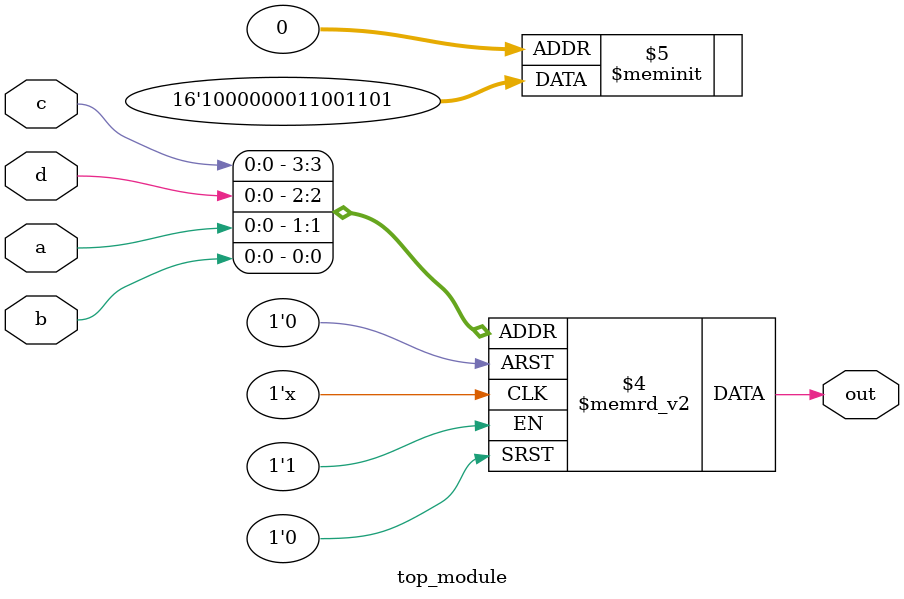
<source format=sv>
module top_module (
    input a, 
    input b,
    input c,
    input d,
    output reg out
);

    always @(*) begin
        case({c, d, a, b})
            4'b0000: out = 1'b1;
            4'b0001: out = 1'b0;
            4'b0010: out = 1'b1;
            4'b0011: out = 1'b1;
            4'b0100: out = 1'b0;
            4'b0101: out = 1'b0;
            4'b0110: out = 1'b1;
            4'b0111: out = 1'b1;
            4'b1000: out = 1'b0;
            4'b1001: out = 1'b0;
            4'b1010: out = 1'b0;
            4'b1011: out = 1'b0;
            4'b1100: out = 1'b0;
            4'b1101: out = 1'b0;
            4'b1110: out = 1'b0;
            4'b1111: out = 1'b1;  // Fix: Change output value for the 4'b1111 case
            default: out = 1'b0;
        endcase
    end

endmodule

</source>
